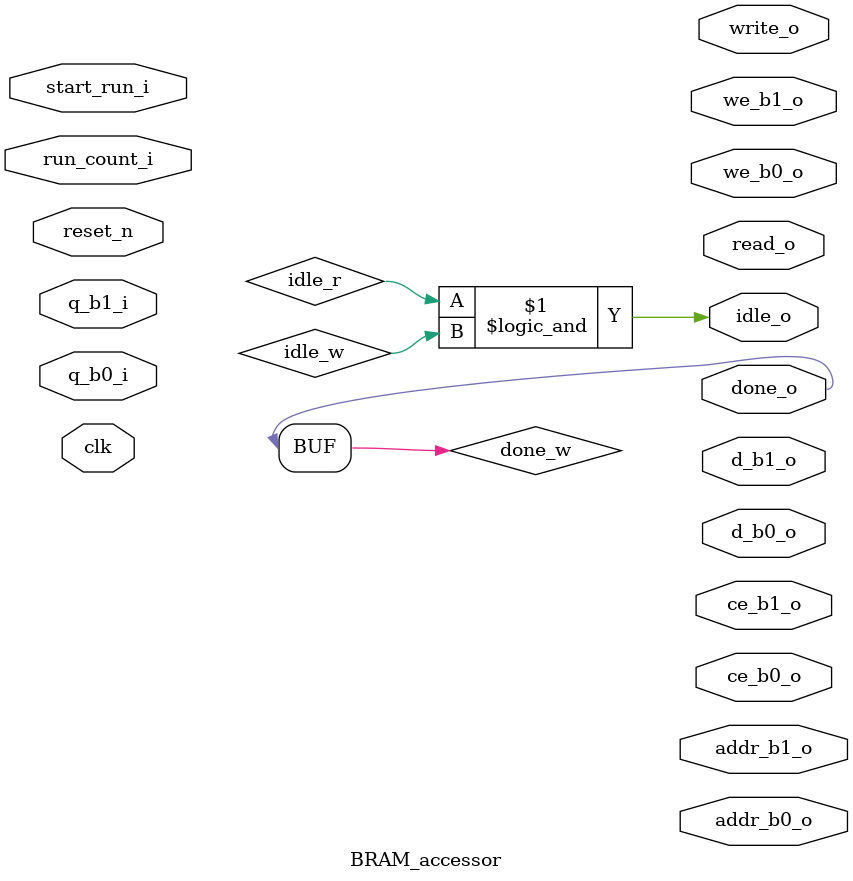
<source format=v>

`timescale 1ns / 1ps

module BRAM_accessor 
# (
    parameter CNT_BIT = 31,

    /* parameter for BRAM */
    parameter DWIDTH_1 = 32,
    parameter DWIDTH_2 = 16,
    parameter AWIDTH =  8,
    parameter MEM_SIZE = 500,
    parameter IN_DATA_WIDTH = 32
)
(
    /* Special Inputs*/
    input clk,
    input reset_n,

    /* Signal From Register */
    input start_run_i, 
    input [CNT_BIT - 1 : 0] run_count_i, 

    /* Memory I/F Input for BRAM0 */
    input [DWIDTH_1 - 1 : 0] q_b0_i,

    /* Memory I/F Input for BRAM1 */
    input [DWIDTH_2 - 1 : 0] q_b1_i,

    /* State_Outputs */
    output idle_o,
    output read_o,
    output write_o,
    output done_o,

    /* Memory I/F output for BRAM0 */
    output [AWIDTH - 1 : 0] addr_b0_o,
    output ce_b0_o,
    output we_b0_o,
    output [DWIDTH_1 - 1 : 0] d_b0_o,
 
    /* Memory I/F output for BRAM1 */
    output [AWIDTH - 1 : 0] addr_b1_o,
    output ce_b1_o,
    output we_b1_o,
    output [DWIDTH_2 - 1 : 0] d_b1_o
);

wire idle_r, idle_w, run_r, run_w, done_r, done_w;






    


//assign output

assign idle_o = idle_r && idle_w;
assign run_o = run_r || run_w;
assign done_o = done_w;


endmodule
</source>
